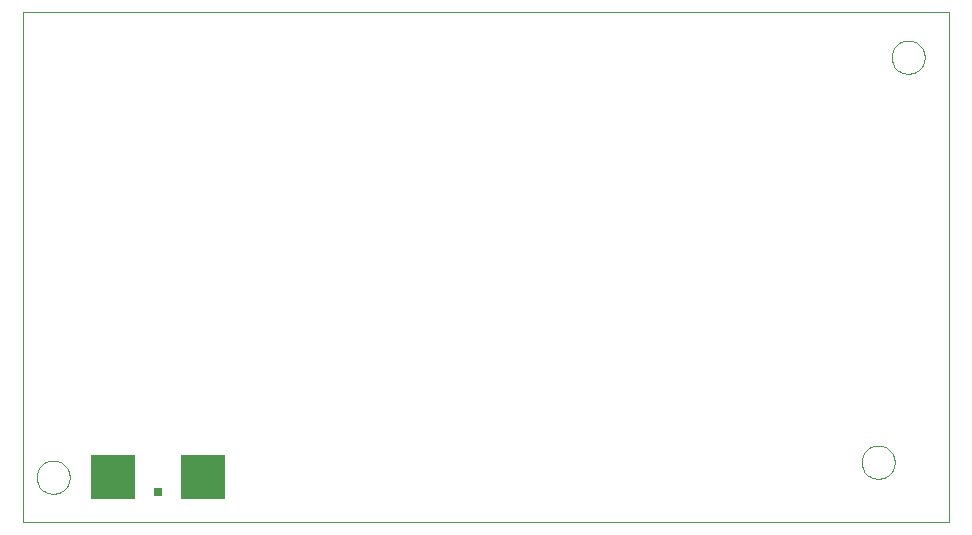
<source format=gtp>
G75*
%MOIN*%
%OFA0B0*%
%FSLAX24Y24*%
%IPPOS*%
%LPD*%
%AMOC8*
5,1,8,0,0,1.08239X$1,22.5*
%
%ADD10C,0.0000*%
%ADD11R,0.1500X0.1500*%
%ADD12R,0.0300X0.0300*%
D10*
X000100Y000100D02*
X000100Y017096D01*
X030970Y017096D01*
X030970Y000100D01*
X000100Y000100D01*
X000549Y001600D02*
X000551Y001647D01*
X000557Y001693D01*
X000567Y001739D01*
X000580Y001784D01*
X000598Y001827D01*
X000619Y001869D01*
X000643Y001909D01*
X000671Y001946D01*
X000702Y001981D01*
X000736Y002014D01*
X000772Y002043D01*
X000811Y002069D01*
X000852Y002092D01*
X000895Y002111D01*
X000939Y002127D01*
X000984Y002139D01*
X001030Y002147D01*
X001077Y002151D01*
X001123Y002151D01*
X001170Y002147D01*
X001216Y002139D01*
X001261Y002127D01*
X001305Y002111D01*
X001348Y002092D01*
X001389Y002069D01*
X001428Y002043D01*
X001464Y002014D01*
X001498Y001981D01*
X001529Y001946D01*
X001557Y001909D01*
X001581Y001869D01*
X001602Y001827D01*
X001620Y001784D01*
X001633Y001739D01*
X001643Y001693D01*
X001649Y001647D01*
X001651Y001600D01*
X001649Y001553D01*
X001643Y001507D01*
X001633Y001461D01*
X001620Y001416D01*
X001602Y001373D01*
X001581Y001331D01*
X001557Y001291D01*
X001529Y001254D01*
X001498Y001219D01*
X001464Y001186D01*
X001428Y001157D01*
X001389Y001131D01*
X001348Y001108D01*
X001305Y001089D01*
X001261Y001073D01*
X001216Y001061D01*
X001170Y001053D01*
X001123Y001049D01*
X001077Y001049D01*
X001030Y001053D01*
X000984Y001061D01*
X000939Y001073D01*
X000895Y001089D01*
X000852Y001108D01*
X000811Y001131D01*
X000772Y001157D01*
X000736Y001186D01*
X000702Y001219D01*
X000671Y001254D01*
X000643Y001291D01*
X000619Y001331D01*
X000598Y001373D01*
X000580Y001416D01*
X000567Y001461D01*
X000557Y001507D01*
X000551Y001553D01*
X000549Y001600D01*
X028049Y002100D02*
X028051Y002147D01*
X028057Y002193D01*
X028067Y002239D01*
X028080Y002284D01*
X028098Y002327D01*
X028119Y002369D01*
X028143Y002409D01*
X028171Y002446D01*
X028202Y002481D01*
X028236Y002514D01*
X028272Y002543D01*
X028311Y002569D01*
X028352Y002592D01*
X028395Y002611D01*
X028439Y002627D01*
X028484Y002639D01*
X028530Y002647D01*
X028577Y002651D01*
X028623Y002651D01*
X028670Y002647D01*
X028716Y002639D01*
X028761Y002627D01*
X028805Y002611D01*
X028848Y002592D01*
X028889Y002569D01*
X028928Y002543D01*
X028964Y002514D01*
X028998Y002481D01*
X029029Y002446D01*
X029057Y002409D01*
X029081Y002369D01*
X029102Y002327D01*
X029120Y002284D01*
X029133Y002239D01*
X029143Y002193D01*
X029149Y002147D01*
X029151Y002100D01*
X029149Y002053D01*
X029143Y002007D01*
X029133Y001961D01*
X029120Y001916D01*
X029102Y001873D01*
X029081Y001831D01*
X029057Y001791D01*
X029029Y001754D01*
X028998Y001719D01*
X028964Y001686D01*
X028928Y001657D01*
X028889Y001631D01*
X028848Y001608D01*
X028805Y001589D01*
X028761Y001573D01*
X028716Y001561D01*
X028670Y001553D01*
X028623Y001549D01*
X028577Y001549D01*
X028530Y001553D01*
X028484Y001561D01*
X028439Y001573D01*
X028395Y001589D01*
X028352Y001608D01*
X028311Y001631D01*
X028272Y001657D01*
X028236Y001686D01*
X028202Y001719D01*
X028171Y001754D01*
X028143Y001791D01*
X028119Y001831D01*
X028098Y001873D01*
X028080Y001916D01*
X028067Y001961D01*
X028057Y002007D01*
X028051Y002053D01*
X028049Y002100D01*
X029049Y015600D02*
X029051Y015647D01*
X029057Y015693D01*
X029067Y015739D01*
X029080Y015784D01*
X029098Y015827D01*
X029119Y015869D01*
X029143Y015909D01*
X029171Y015946D01*
X029202Y015981D01*
X029236Y016014D01*
X029272Y016043D01*
X029311Y016069D01*
X029352Y016092D01*
X029395Y016111D01*
X029439Y016127D01*
X029484Y016139D01*
X029530Y016147D01*
X029577Y016151D01*
X029623Y016151D01*
X029670Y016147D01*
X029716Y016139D01*
X029761Y016127D01*
X029805Y016111D01*
X029848Y016092D01*
X029889Y016069D01*
X029928Y016043D01*
X029964Y016014D01*
X029998Y015981D01*
X030029Y015946D01*
X030057Y015909D01*
X030081Y015869D01*
X030102Y015827D01*
X030120Y015784D01*
X030133Y015739D01*
X030143Y015693D01*
X030149Y015647D01*
X030151Y015600D01*
X030149Y015553D01*
X030143Y015507D01*
X030133Y015461D01*
X030120Y015416D01*
X030102Y015373D01*
X030081Y015331D01*
X030057Y015291D01*
X030029Y015254D01*
X029998Y015219D01*
X029964Y015186D01*
X029928Y015157D01*
X029889Y015131D01*
X029848Y015108D01*
X029805Y015089D01*
X029761Y015073D01*
X029716Y015061D01*
X029670Y015053D01*
X029623Y015049D01*
X029577Y015049D01*
X029530Y015053D01*
X029484Y015061D01*
X029439Y015073D01*
X029395Y015089D01*
X029352Y015108D01*
X029311Y015131D01*
X029272Y015157D01*
X029236Y015186D01*
X029202Y015219D01*
X029171Y015254D01*
X029143Y015291D01*
X029119Y015331D01*
X029098Y015373D01*
X029080Y015416D01*
X029067Y015461D01*
X029057Y015507D01*
X029051Y015553D01*
X029049Y015600D01*
D11*
X006100Y001600D03*
X003100Y001600D03*
D12*
X004600Y001100D03*
M02*

</source>
